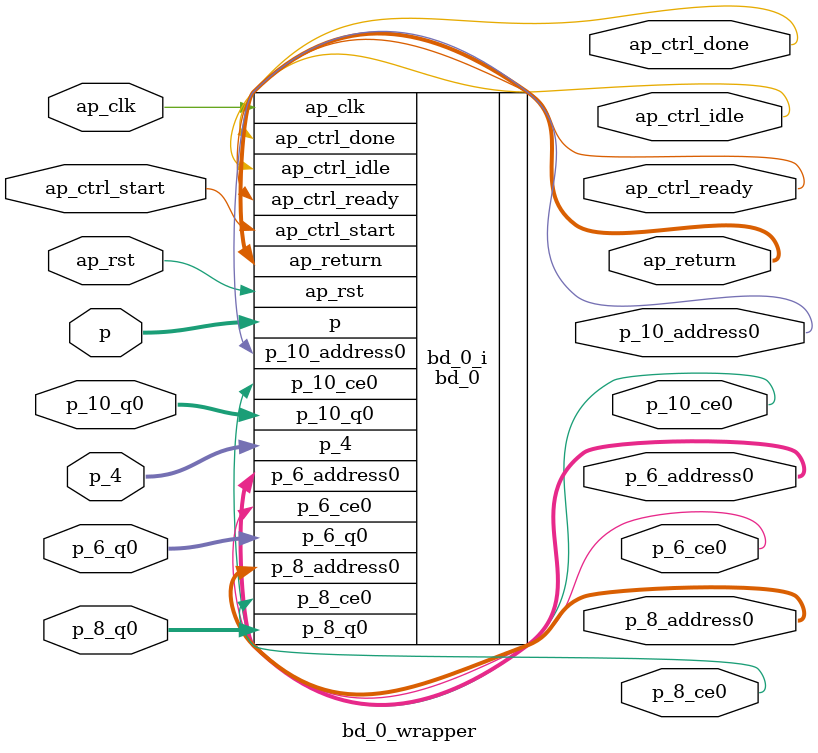
<source format=v>
`timescale 1 ps / 1 ps

module bd_0_wrapper
   (ap_clk,
    ap_ctrl_done,
    ap_ctrl_idle,
    ap_ctrl_ready,
    ap_ctrl_start,
    ap_return,
    ap_rst,
    p,
    p_10_address0,
    p_10_ce0,
    p_10_q0,
    p_4,
    p_6_address0,
    p_6_ce0,
    p_6_q0,
    p_8_address0,
    p_8_ce0,
    p_8_q0);
  input ap_clk;
  output ap_ctrl_done;
  output ap_ctrl_idle;
  output ap_ctrl_ready;
  input ap_ctrl_start;
  output [31:0]ap_return;
  input ap_rst;
  input [31:0]p;
  output [0:0]p_10_address0;
  output p_10_ce0;
  input [31:0]p_10_q0;
  input [63:0]p_4;
  output [2:0]p_6_address0;
  output p_6_ce0;
  input [15:0]p_6_q0;
  output [4:0]p_8_address0;
  output p_8_ce0;
  input [7:0]p_8_q0;

  wire ap_clk;
  wire ap_ctrl_done;
  wire ap_ctrl_idle;
  wire ap_ctrl_ready;
  wire ap_ctrl_start;
  wire [31:0]ap_return;
  wire ap_rst;
  wire [31:0]p;
  wire [0:0]p_10_address0;
  wire p_10_ce0;
  wire [31:0]p_10_q0;
  wire [63:0]p_4;
  wire [2:0]p_6_address0;
  wire p_6_ce0;
  wire [15:0]p_6_q0;
  wire [4:0]p_8_address0;
  wire p_8_ce0;
  wire [7:0]p_8_q0;

  bd_0 bd_0_i
       (.ap_clk(ap_clk),
        .ap_ctrl_done(ap_ctrl_done),
        .ap_ctrl_idle(ap_ctrl_idle),
        .ap_ctrl_ready(ap_ctrl_ready),
        .ap_ctrl_start(ap_ctrl_start),
        .ap_return(ap_return),
        .ap_rst(ap_rst),
        .p(p),
        .p_10_address0(p_10_address0),
        .p_10_ce0(p_10_ce0),
        .p_10_q0(p_10_q0),
        .p_4(p_4),
        .p_6_address0(p_6_address0),
        .p_6_ce0(p_6_ce0),
        .p_6_q0(p_6_q0),
        .p_8_address0(p_8_address0),
        .p_8_ce0(p_8_ce0),
        .p_8_q0(p_8_q0));
endmodule

</source>
